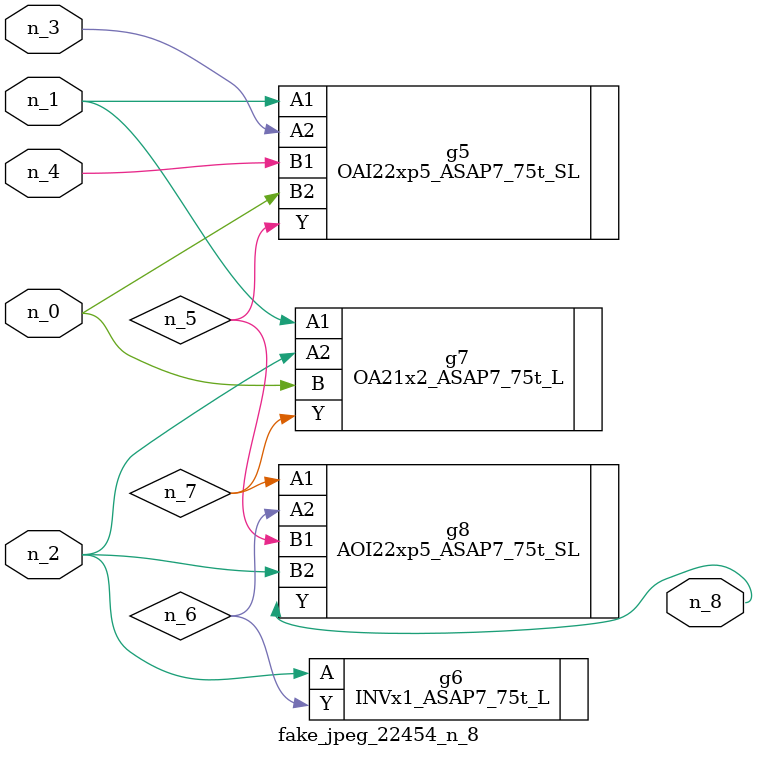
<source format=v>
module fake_jpeg_22454_n_8 (n_3, n_2, n_1, n_0, n_4, n_8);

input n_3;
input n_2;
input n_1;
input n_0;
input n_4;

output n_8;

wire n_6;
wire n_5;
wire n_7;

OAI22xp5_ASAP7_75t_SL g5 ( 
.A1(n_1),
.A2(n_3),
.B1(n_4),
.B2(n_0),
.Y(n_5)
);

INVx1_ASAP7_75t_L g6 ( 
.A(n_2),
.Y(n_6)
);

OA21x2_ASAP7_75t_L g7 ( 
.A1(n_1),
.A2(n_2),
.B(n_0),
.Y(n_7)
);

AOI22xp5_ASAP7_75t_SL g8 ( 
.A1(n_7),
.A2(n_6),
.B1(n_5),
.B2(n_2),
.Y(n_8)
);


endmodule
</source>
